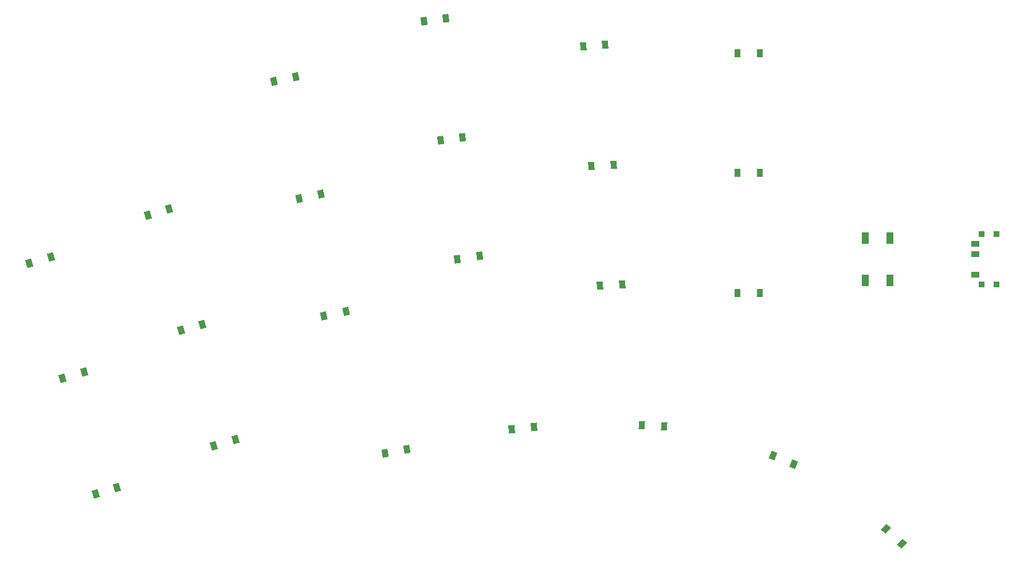
<source format=gbr>
%TF.GenerationSoftware,KiCad,Pcbnew,8.0.4*%
%TF.CreationDate,2024-08-02T12:22:31+01:00*%
%TF.ProjectId,left,6c656674-2e6b-4696-9361-645f70636258,v1.0.0*%
%TF.SameCoordinates,Original*%
%TF.FileFunction,Paste,Top*%
%TF.FilePolarity,Positive*%
%FSLAX46Y46*%
G04 Gerber Fmt 4.6, Leading zero omitted, Abs format (unit mm)*
G04 Created by KiCad (PCBNEW 8.0.4) date 2024-08-02 12:22:31*
%MOMM*%
%LPD*%
G01*
G04 APERTURE LIST*
G04 Aperture macros list*
%AMRotRect*
0 Rectangle, with rotation*
0 The origin of the aperture is its center*
0 $1 length*
0 $2 width*
0 $3 Rotation angle, in degrees counterclockwise*
0 Add horizontal line*
21,1,$1,$2,0,0,$3*%
G04 Aperture macros list end*
%ADD10RotRect,0.900000X1.200000X16.000000*%
%ADD11RotRect,0.900000X1.200000X12.000000*%
%ADD12RotRect,0.900000X1.200000X8.000000*%
%ADD13RotRect,0.900000X1.200000X4.000000*%
%ADD14R,0.900000X1.200000*%
%ADD15RotRect,0.900000X1.200000X10.000000*%
%ADD16RotRect,0.900000X1.200000X6.000000*%
%ADD17RotRect,0.900000X1.200000X358.000000*%
%ADD18RotRect,0.900000X1.200000X338.000000*%
%ADD19RotRect,0.900000X1.200000X318.000000*%
%ADD20R,1.100000X1.800000*%
%ADD21R,1.250000X0.900000*%
%ADD22R,0.900000X0.900000*%
G04 APERTURE END LIST*
D10*
%TO.C,D1*%
X131055871Y-170486643D03*
X134228033Y-169577039D03*
%TD*%
%TO.C,D2*%
X126163308Y-153424255D03*
X129335470Y-152514651D03*
%TD*%
%TO.C,D3*%
X121270748Y-136361862D03*
X124442910Y-135452258D03*
%TD*%
%TO.C,D4*%
X148528249Y-163395928D03*
X151700411Y-162486324D03*
%TD*%
%TO.C,D5*%
X143635697Y-146333526D03*
X146807859Y-145423922D03*
%TD*%
%TO.C,D6*%
X138743128Y-129271127D03*
X141915290Y-128361523D03*
%TD*%
D11*
%TO.C,D7*%
X164793069Y-144176806D03*
X168020955Y-143490696D03*
%TD*%
%TO.C,D8*%
X161102643Y-126814694D03*
X164330529Y-126128584D03*
%TD*%
%TO.C,D9*%
X157412209Y-109452563D03*
X160640095Y-108766453D03*
%TD*%
D12*
%TO.C,D10*%
X184482531Y-135770963D03*
X187750415Y-135311691D03*
%TD*%
%TO.C,D11*%
X182012208Y-118193699D03*
X185280092Y-117734427D03*
%TD*%
%TO.C,D12*%
X179541886Y-100616438D03*
X182809770Y-100157166D03*
%TD*%
D13*
%TO.C,D13*%
X205547132Y-139724968D03*
X208839094Y-139494768D03*
%TD*%
%TO.C,D14*%
X204308960Y-122018208D03*
X207600922Y-121788008D03*
%TD*%
%TO.C,D15*%
X203070780Y-104311438D03*
X206362742Y-104081238D03*
%TD*%
D14*
%TO.C,D16*%
X225923647Y-140802129D03*
X229223647Y-140802125D03*
%TD*%
%TO.C,D17*%
X225923651Y-123052136D03*
X229223651Y-123052132D03*
%TD*%
%TO.C,D18*%
X225923656Y-105302138D03*
X229223656Y-105302134D03*
%TD*%
D15*
%TO.C,D19*%
X173771376Y-164491750D03*
X177021240Y-163918710D03*
%TD*%
D16*
%TO.C,D20*%
X192509020Y-160917860D03*
X195790942Y-160572912D03*
%TD*%
D17*
%TO.C,D21*%
X211764402Y-160381541D03*
X215062392Y-160496705D03*
%TD*%
D18*
%TO.C,D22*%
X231114469Y-164840716D03*
X234174177Y-166076908D03*
%TD*%
D19*
%TO.C,D23*%
X247772463Y-175649060D03*
X250224833Y-177857194D03*
%TD*%
D20*
%TO.C,B1*%
X248423652Y-132702143D03*
X248423651Y-138902137D03*
X244723653Y-132702137D03*
X244723652Y-138902131D03*
%TD*%
D21*
%TO.C,T1*%
X260998648Y-138052138D03*
X260998648Y-135052136D03*
X260998646Y-133552138D03*
D22*
X264173646Y-139502138D03*
X261973646Y-139502136D03*
X261973646Y-132102138D03*
X264173646Y-132102140D03*
%TD*%
M02*

</source>
